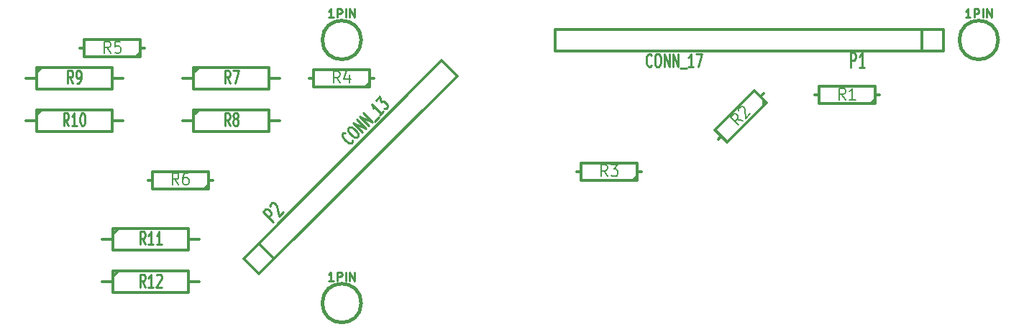
<source format=gto>
G04 (created by PCBNEW (2013-07-07 BZR 4022)-stable) date 22/01/2014 11:53:34*
%MOIN*%
G04 Gerber Fmt 3.4, Leading zero omitted, Abs format*
%FSLAX34Y34*%
G01*
G70*
G90*
G04 APERTURE LIST*
%ADD10C,0.00590551*%
%ADD11C,0.012*%
%ADD12C,0.015*%
%ADD13C,0.0107*%
%ADD14C,0.01*%
%ADD15C,0.008*%
G04 APERTURE END LIST*
G54D10*
G54D11*
X103291Y-47547D02*
X85291Y-47547D01*
X85291Y-47547D02*
X85291Y-46547D01*
X85291Y-46547D02*
X103291Y-46547D01*
X103291Y-46547D02*
X103291Y-47547D01*
X102291Y-47547D02*
X102291Y-46547D01*
X70837Y-57195D02*
X80030Y-48003D01*
X80030Y-48003D02*
X80737Y-48710D01*
X80737Y-48710D02*
X71544Y-57902D01*
X71544Y-57902D02*
X70837Y-57195D01*
X71544Y-56488D02*
X72251Y-57195D01*
X68525Y-48318D02*
X68525Y-49318D01*
X68525Y-49318D02*
X72025Y-49318D01*
X72025Y-49318D02*
X72025Y-48318D01*
X72025Y-48318D02*
X68525Y-48318D01*
X68525Y-48568D02*
X68775Y-48318D01*
X68525Y-48818D02*
X68025Y-48818D01*
X72025Y-48818D02*
X72525Y-48818D01*
X68525Y-50287D02*
X68525Y-51287D01*
X68525Y-51287D02*
X72025Y-51287D01*
X72025Y-51287D02*
X72025Y-50287D01*
X72025Y-50287D02*
X68525Y-50287D01*
X68525Y-50537D02*
X68775Y-50287D01*
X68525Y-50787D02*
X68025Y-50787D01*
X72025Y-50787D02*
X72525Y-50787D01*
X61242Y-48318D02*
X61242Y-49318D01*
X61242Y-49318D02*
X64742Y-49318D01*
X64742Y-49318D02*
X64742Y-48318D01*
X64742Y-48318D02*
X61242Y-48318D01*
X61242Y-48568D02*
X61492Y-48318D01*
X61242Y-48818D02*
X60742Y-48818D01*
X64742Y-48818D02*
X65242Y-48818D01*
X61242Y-50287D02*
X61242Y-51287D01*
X61242Y-51287D02*
X64742Y-51287D01*
X64742Y-51287D02*
X64742Y-50287D01*
X64742Y-50287D02*
X61242Y-50287D01*
X61242Y-50537D02*
X61492Y-50287D01*
X61242Y-50787D02*
X60742Y-50787D01*
X64742Y-50787D02*
X65242Y-50787D01*
X64785Y-57767D02*
X64785Y-58767D01*
X64785Y-58767D02*
X68285Y-58767D01*
X68285Y-58767D02*
X68285Y-57767D01*
X68285Y-57767D02*
X64785Y-57767D01*
X64785Y-58017D02*
X65035Y-57767D01*
X64785Y-58267D02*
X64285Y-58267D01*
X68285Y-58267D02*
X68785Y-58267D01*
X64785Y-55799D02*
X64785Y-56799D01*
X64785Y-56799D02*
X68285Y-56799D01*
X68285Y-56799D02*
X68285Y-55799D01*
X68285Y-55799D02*
X64785Y-55799D01*
X64785Y-56049D02*
X65035Y-55799D01*
X64785Y-56299D02*
X64285Y-56299D01*
X68285Y-56299D02*
X68785Y-56299D01*
X89295Y-53149D02*
X89095Y-53149D01*
X86295Y-53149D02*
X86495Y-53149D01*
X86495Y-53149D02*
X86495Y-53549D01*
X86495Y-53549D02*
X89095Y-53549D01*
X89095Y-53549D02*
X89095Y-52749D01*
X89095Y-52749D02*
X86495Y-52749D01*
X86495Y-52749D02*
X86495Y-53149D01*
X89095Y-53349D02*
X88895Y-53549D01*
X94958Y-49529D02*
X94816Y-49671D01*
X92836Y-51651D02*
X92978Y-51509D01*
X92978Y-51509D02*
X93261Y-51792D01*
X93261Y-51792D02*
X95099Y-49954D01*
X95099Y-49954D02*
X94534Y-49388D01*
X94534Y-49388D02*
X92695Y-51226D01*
X92695Y-51226D02*
X92978Y-51509D01*
X94958Y-49812D02*
X94958Y-50095D01*
X100318Y-49606D02*
X100118Y-49606D01*
X97318Y-49606D02*
X97518Y-49606D01*
X97518Y-49606D02*
X97518Y-50006D01*
X97518Y-50006D02*
X100118Y-50006D01*
X100118Y-50006D02*
X100118Y-49206D01*
X100118Y-49206D02*
X97518Y-49206D01*
X97518Y-49206D02*
X97518Y-49606D01*
X100118Y-49806D02*
X99918Y-50006D01*
X76893Y-48818D02*
X76693Y-48818D01*
X73893Y-48818D02*
X74093Y-48818D01*
X74093Y-48818D02*
X74093Y-49218D01*
X74093Y-49218D02*
X76693Y-49218D01*
X76693Y-49218D02*
X76693Y-48418D01*
X76693Y-48418D02*
X74093Y-48418D01*
X74093Y-48418D02*
X74093Y-48818D01*
X76693Y-49018D02*
X76493Y-49218D01*
X66263Y-47440D02*
X66063Y-47440D01*
X63263Y-47440D02*
X63463Y-47440D01*
X63463Y-47440D02*
X63463Y-47840D01*
X63463Y-47840D02*
X66063Y-47840D01*
X66063Y-47840D02*
X66063Y-47040D01*
X66063Y-47040D02*
X63463Y-47040D01*
X63463Y-47040D02*
X63463Y-47440D01*
X66063Y-47640D02*
X65863Y-47840D01*
X69413Y-53543D02*
X69213Y-53543D01*
X66413Y-53543D02*
X66613Y-53543D01*
X66613Y-53543D02*
X66613Y-53943D01*
X66613Y-53943D02*
X69213Y-53943D01*
X69213Y-53943D02*
X69213Y-53143D01*
X69213Y-53143D02*
X66613Y-53143D01*
X66613Y-53143D02*
X66613Y-53543D01*
X69213Y-53743D02*
X69013Y-53943D01*
G54D12*
X76293Y-47047D02*
G75*
G03X76293Y-47047I-900J0D01*
G74*
G01*
X105821Y-47047D02*
G75*
G03X105821Y-47047I-900J0D01*
G74*
G01*
X76293Y-59251D02*
G75*
G03X76293Y-59251I-900J0D01*
G74*
G01*
G54D13*
X98975Y-48322D02*
X98975Y-47641D01*
X99138Y-47641D01*
X99179Y-47674D01*
X99199Y-47706D01*
X99220Y-47771D01*
X99220Y-47868D01*
X99199Y-47933D01*
X99179Y-47966D01*
X99138Y-47998D01*
X98975Y-47998D01*
X99627Y-48322D02*
X99383Y-48322D01*
X99505Y-48322D02*
X99505Y-47641D01*
X99464Y-47739D01*
X99423Y-47804D01*
X99383Y-47836D01*
G54D11*
G54D14*
X89753Y-48232D02*
X89734Y-48261D01*
X89677Y-48290D01*
X89638Y-48290D01*
X89581Y-48261D01*
X89543Y-48204D01*
X89524Y-48147D01*
X89505Y-48032D01*
X89505Y-47947D01*
X89524Y-47832D01*
X89543Y-47775D01*
X89581Y-47718D01*
X89638Y-47690D01*
X89677Y-47690D01*
X89734Y-47718D01*
X89753Y-47747D01*
X90000Y-47690D02*
X90077Y-47690D01*
X90115Y-47718D01*
X90153Y-47775D01*
X90172Y-47890D01*
X90172Y-48090D01*
X90153Y-48204D01*
X90115Y-48261D01*
X90077Y-48290D01*
X90000Y-48290D01*
X89962Y-48261D01*
X89924Y-48204D01*
X89905Y-48090D01*
X89905Y-47890D01*
X89924Y-47775D01*
X89962Y-47718D01*
X90000Y-47690D01*
X90343Y-48290D02*
X90343Y-47690D01*
X90572Y-48290D01*
X90572Y-47690D01*
X90762Y-48290D02*
X90762Y-47690D01*
X90991Y-48290D01*
X90991Y-47690D01*
X91086Y-48347D02*
X91391Y-48347D01*
X91696Y-48290D02*
X91467Y-48290D01*
X91581Y-48290D02*
X91581Y-47690D01*
X91543Y-47775D01*
X91505Y-47832D01*
X91467Y-47861D01*
X91829Y-47690D02*
X92096Y-47690D01*
X91924Y-48290D01*
G54D11*
G54D13*
X72223Y-55492D02*
X71741Y-55010D01*
X71857Y-54895D01*
X71908Y-54889D01*
X71946Y-54898D01*
X72006Y-54929D01*
X72075Y-54998D01*
X72106Y-55058D01*
X72115Y-55096D01*
X72109Y-55147D01*
X71994Y-55263D01*
X72075Y-54768D02*
X72067Y-54731D01*
X72073Y-54679D01*
X72145Y-54607D01*
X72197Y-54601D01*
X72234Y-54609D01*
X72294Y-54641D01*
X72340Y-54687D01*
X72394Y-54770D01*
X72497Y-55218D01*
X72684Y-55031D01*
G54D11*
G54D14*
X75891Y-51696D02*
X75898Y-51730D01*
X75878Y-51791D01*
X75851Y-51818D01*
X75790Y-51838D01*
X75723Y-51824D01*
X75669Y-51797D01*
X75575Y-51730D01*
X75514Y-51669D01*
X75447Y-51575D01*
X75420Y-51521D01*
X75406Y-51454D01*
X75427Y-51393D01*
X75454Y-51366D01*
X75514Y-51346D01*
X75548Y-51353D01*
X75683Y-51137D02*
X75736Y-51083D01*
X75784Y-51077D01*
X75851Y-51090D01*
X75945Y-51158D01*
X76087Y-51299D01*
X76154Y-51393D01*
X76167Y-51461D01*
X76161Y-51508D01*
X76107Y-51562D01*
X76060Y-51568D01*
X75992Y-51555D01*
X75898Y-51488D01*
X75757Y-51346D01*
X75689Y-51252D01*
X75676Y-51184D01*
X75683Y-51137D01*
X76349Y-51319D02*
X75925Y-50895D01*
X76511Y-51158D01*
X76087Y-50733D01*
X76646Y-51023D02*
X76221Y-50599D01*
X76807Y-50861D01*
X76383Y-50437D01*
X76915Y-50834D02*
X77130Y-50619D01*
X77305Y-50363D02*
X77144Y-50525D01*
X77225Y-50444D02*
X76800Y-50019D01*
X76834Y-50107D01*
X76848Y-50174D01*
X76841Y-50221D01*
X76976Y-49844D02*
X77151Y-49669D01*
X77218Y-49925D01*
X77258Y-49885D01*
X77305Y-49878D01*
X77339Y-49885D01*
X77393Y-49912D01*
X77494Y-50013D01*
X77521Y-50067D01*
X77528Y-50100D01*
X77521Y-50147D01*
X77440Y-50228D01*
X77393Y-50235D01*
X77359Y-50228D01*
G54D11*
G54D14*
X70208Y-49061D02*
X70075Y-48776D01*
X69980Y-49061D02*
X69980Y-48461D01*
X70132Y-48461D01*
X70170Y-48490D01*
X70189Y-48518D01*
X70208Y-48576D01*
X70208Y-48661D01*
X70189Y-48718D01*
X70170Y-48747D01*
X70132Y-48776D01*
X69980Y-48776D01*
X70342Y-48461D02*
X70608Y-48461D01*
X70437Y-49061D01*
G54D11*
G54D14*
X70208Y-51030D02*
X70075Y-50744D01*
X69980Y-51030D02*
X69980Y-50430D01*
X70132Y-50430D01*
X70170Y-50458D01*
X70189Y-50487D01*
X70208Y-50544D01*
X70208Y-50630D01*
X70189Y-50687D01*
X70170Y-50715D01*
X70132Y-50744D01*
X69980Y-50744D01*
X70437Y-50687D02*
X70399Y-50658D01*
X70380Y-50630D01*
X70361Y-50573D01*
X70361Y-50544D01*
X70380Y-50487D01*
X70399Y-50458D01*
X70437Y-50430D01*
X70513Y-50430D01*
X70551Y-50458D01*
X70570Y-50487D01*
X70589Y-50544D01*
X70589Y-50573D01*
X70570Y-50630D01*
X70551Y-50658D01*
X70513Y-50687D01*
X70437Y-50687D01*
X70399Y-50715D01*
X70380Y-50744D01*
X70361Y-50801D01*
X70361Y-50915D01*
X70380Y-50973D01*
X70399Y-51001D01*
X70437Y-51030D01*
X70513Y-51030D01*
X70551Y-51001D01*
X70570Y-50973D01*
X70589Y-50915D01*
X70589Y-50801D01*
X70570Y-50744D01*
X70551Y-50715D01*
X70513Y-50687D01*
G54D11*
G54D14*
X62925Y-49061D02*
X62792Y-48776D01*
X62696Y-49061D02*
X62696Y-48461D01*
X62849Y-48461D01*
X62887Y-48490D01*
X62906Y-48518D01*
X62925Y-48576D01*
X62925Y-48661D01*
X62906Y-48718D01*
X62887Y-48747D01*
X62849Y-48776D01*
X62696Y-48776D01*
X63115Y-49061D02*
X63192Y-49061D01*
X63230Y-49033D01*
X63249Y-49004D01*
X63287Y-48918D01*
X63306Y-48804D01*
X63306Y-48576D01*
X63287Y-48518D01*
X63268Y-48490D01*
X63230Y-48461D01*
X63154Y-48461D01*
X63115Y-48490D01*
X63096Y-48518D01*
X63077Y-48576D01*
X63077Y-48718D01*
X63096Y-48776D01*
X63115Y-48804D01*
X63154Y-48833D01*
X63230Y-48833D01*
X63268Y-48804D01*
X63287Y-48776D01*
X63306Y-48718D01*
G54D11*
G54D14*
X62734Y-51030D02*
X62601Y-50744D01*
X62506Y-51030D02*
X62506Y-50430D01*
X62658Y-50430D01*
X62696Y-50458D01*
X62715Y-50487D01*
X62734Y-50544D01*
X62734Y-50630D01*
X62715Y-50687D01*
X62696Y-50715D01*
X62658Y-50744D01*
X62506Y-50744D01*
X63115Y-51030D02*
X62887Y-51030D01*
X63001Y-51030D02*
X63001Y-50430D01*
X62963Y-50515D01*
X62925Y-50573D01*
X62887Y-50601D01*
X63363Y-50430D02*
X63401Y-50430D01*
X63439Y-50458D01*
X63458Y-50487D01*
X63477Y-50544D01*
X63496Y-50658D01*
X63496Y-50801D01*
X63477Y-50915D01*
X63458Y-50973D01*
X63439Y-51001D01*
X63401Y-51030D01*
X63363Y-51030D01*
X63325Y-51001D01*
X63306Y-50973D01*
X63287Y-50915D01*
X63268Y-50801D01*
X63268Y-50658D01*
X63287Y-50544D01*
X63306Y-50487D01*
X63325Y-50458D01*
X63363Y-50430D01*
G54D11*
G54D14*
X66278Y-58510D02*
X66144Y-58224D01*
X66049Y-58510D02*
X66049Y-57910D01*
X66202Y-57910D01*
X66240Y-57939D01*
X66259Y-57967D01*
X66278Y-58024D01*
X66278Y-58110D01*
X66259Y-58167D01*
X66240Y-58196D01*
X66202Y-58224D01*
X66049Y-58224D01*
X66659Y-58510D02*
X66430Y-58510D01*
X66544Y-58510D02*
X66544Y-57910D01*
X66506Y-57996D01*
X66468Y-58053D01*
X66430Y-58082D01*
X66811Y-57967D02*
X66830Y-57939D01*
X66868Y-57910D01*
X66964Y-57910D01*
X67002Y-57939D01*
X67021Y-57967D01*
X67040Y-58024D01*
X67040Y-58082D01*
X67021Y-58167D01*
X66792Y-58510D01*
X67040Y-58510D01*
G54D11*
G54D14*
X66278Y-56542D02*
X66144Y-56256D01*
X66049Y-56542D02*
X66049Y-55942D01*
X66202Y-55942D01*
X66240Y-55970D01*
X66259Y-55999D01*
X66278Y-56056D01*
X66278Y-56142D01*
X66259Y-56199D01*
X66240Y-56227D01*
X66202Y-56256D01*
X66049Y-56256D01*
X66659Y-56542D02*
X66430Y-56542D01*
X66544Y-56542D02*
X66544Y-55942D01*
X66506Y-56027D01*
X66468Y-56084D01*
X66430Y-56113D01*
X67040Y-56542D02*
X66811Y-56542D01*
X66925Y-56542D02*
X66925Y-55942D01*
X66887Y-56027D01*
X66849Y-56084D01*
X66811Y-56113D01*
G54D11*
G54D15*
X87711Y-53372D02*
X87545Y-53110D01*
X87426Y-53372D02*
X87426Y-52822D01*
X87616Y-52822D01*
X87664Y-52848D01*
X87688Y-52874D01*
X87711Y-52926D01*
X87711Y-53005D01*
X87688Y-53057D01*
X87664Y-53084D01*
X87616Y-53110D01*
X87426Y-53110D01*
X87878Y-52822D02*
X88188Y-52822D01*
X88021Y-53031D01*
X88092Y-53031D01*
X88140Y-53057D01*
X88164Y-53084D01*
X88188Y-53136D01*
X88188Y-53267D01*
X88164Y-53319D01*
X88140Y-53346D01*
X88092Y-53372D01*
X87950Y-53372D01*
X87902Y-53346D01*
X87878Y-53319D01*
X93996Y-50806D02*
X93693Y-50739D01*
X93794Y-51008D02*
X93405Y-50620D01*
X93539Y-50485D01*
X93592Y-50470D01*
X93627Y-50471D01*
X93681Y-50492D01*
X93736Y-50547D01*
X93757Y-50601D01*
X93758Y-50636D01*
X93743Y-50689D01*
X93608Y-50823D01*
X93778Y-50320D02*
X93777Y-50284D01*
X93792Y-50232D01*
X93876Y-50148D01*
X93928Y-50133D01*
X93964Y-50135D01*
X94018Y-50155D01*
X94055Y-50192D01*
X94093Y-50264D01*
X94113Y-50689D01*
X94332Y-50470D01*
X98735Y-49828D02*
X98568Y-49567D01*
X98449Y-49828D02*
X98449Y-49278D01*
X98640Y-49278D01*
X98687Y-49305D01*
X98711Y-49331D01*
X98735Y-49383D01*
X98735Y-49462D01*
X98711Y-49514D01*
X98687Y-49540D01*
X98640Y-49567D01*
X98449Y-49567D01*
X99211Y-49828D02*
X98926Y-49828D01*
X99068Y-49828D02*
X99068Y-49278D01*
X99021Y-49357D01*
X98973Y-49409D01*
X98926Y-49436D01*
X75310Y-49041D02*
X75143Y-48779D01*
X75024Y-49041D02*
X75024Y-48491D01*
X75215Y-48491D01*
X75262Y-48517D01*
X75286Y-48543D01*
X75310Y-48596D01*
X75310Y-48674D01*
X75286Y-48727D01*
X75262Y-48753D01*
X75215Y-48779D01*
X75024Y-48779D01*
X75738Y-48674D02*
X75738Y-49041D01*
X75619Y-48465D02*
X75500Y-48858D01*
X75810Y-48858D01*
X64680Y-47663D02*
X64513Y-47401D01*
X64394Y-47663D02*
X64394Y-47113D01*
X64585Y-47113D01*
X64632Y-47139D01*
X64656Y-47165D01*
X64680Y-47218D01*
X64680Y-47296D01*
X64656Y-47349D01*
X64632Y-47375D01*
X64585Y-47401D01*
X64394Y-47401D01*
X65132Y-47113D02*
X64894Y-47113D01*
X64870Y-47375D01*
X64894Y-47349D01*
X64942Y-47323D01*
X65061Y-47323D01*
X65109Y-47349D01*
X65132Y-47375D01*
X65156Y-47427D01*
X65156Y-47558D01*
X65132Y-47611D01*
X65109Y-47637D01*
X65061Y-47663D01*
X64942Y-47663D01*
X64894Y-47637D01*
X64870Y-47611D01*
X67830Y-53765D02*
X67663Y-53504D01*
X67544Y-53765D02*
X67544Y-53215D01*
X67734Y-53215D01*
X67782Y-53242D01*
X67806Y-53268D01*
X67830Y-53320D01*
X67830Y-53399D01*
X67806Y-53451D01*
X67782Y-53477D01*
X67734Y-53504D01*
X67544Y-53504D01*
X68258Y-53215D02*
X68163Y-53215D01*
X68115Y-53242D01*
X68091Y-53268D01*
X68044Y-53346D01*
X68020Y-53451D01*
X68020Y-53661D01*
X68044Y-53713D01*
X68068Y-53739D01*
X68115Y-53765D01*
X68211Y-53765D01*
X68258Y-53739D01*
X68282Y-53713D01*
X68306Y-53661D01*
X68306Y-53530D01*
X68282Y-53477D01*
X68258Y-53451D01*
X68211Y-53425D01*
X68115Y-53425D01*
X68068Y-53451D01*
X68044Y-53477D01*
X68020Y-53530D01*
G54D14*
X75003Y-46009D02*
X74774Y-46009D01*
X74888Y-46009D02*
X74888Y-45609D01*
X74850Y-45666D01*
X74812Y-45704D01*
X74774Y-45723D01*
X75174Y-46009D02*
X75174Y-45609D01*
X75327Y-45609D01*
X75365Y-45628D01*
X75384Y-45647D01*
X75403Y-45685D01*
X75403Y-45742D01*
X75384Y-45780D01*
X75365Y-45799D01*
X75327Y-45818D01*
X75174Y-45818D01*
X75574Y-46009D02*
X75574Y-45609D01*
X75765Y-46009D02*
X75765Y-45609D01*
X75993Y-46009D01*
X75993Y-45609D01*
X104530Y-46009D02*
X104302Y-46009D01*
X104416Y-46009D02*
X104416Y-45609D01*
X104378Y-45666D01*
X104340Y-45704D01*
X104302Y-45723D01*
X104702Y-46009D02*
X104702Y-45609D01*
X104854Y-45609D01*
X104892Y-45628D01*
X104911Y-45647D01*
X104930Y-45685D01*
X104930Y-45742D01*
X104911Y-45780D01*
X104892Y-45799D01*
X104854Y-45818D01*
X104702Y-45818D01*
X105102Y-46009D02*
X105102Y-45609D01*
X105292Y-46009D02*
X105292Y-45609D01*
X105521Y-46009D01*
X105521Y-45609D01*
X75003Y-58213D02*
X74774Y-58213D01*
X74888Y-58213D02*
X74888Y-57813D01*
X74850Y-57871D01*
X74812Y-57909D01*
X74774Y-57928D01*
X75174Y-58213D02*
X75174Y-57813D01*
X75327Y-57813D01*
X75365Y-57832D01*
X75384Y-57851D01*
X75403Y-57890D01*
X75403Y-57947D01*
X75384Y-57985D01*
X75365Y-58004D01*
X75327Y-58023D01*
X75174Y-58023D01*
X75574Y-58213D02*
X75574Y-57813D01*
X75765Y-58213D02*
X75765Y-57813D01*
X75993Y-58213D01*
X75993Y-57813D01*
M02*

</source>
